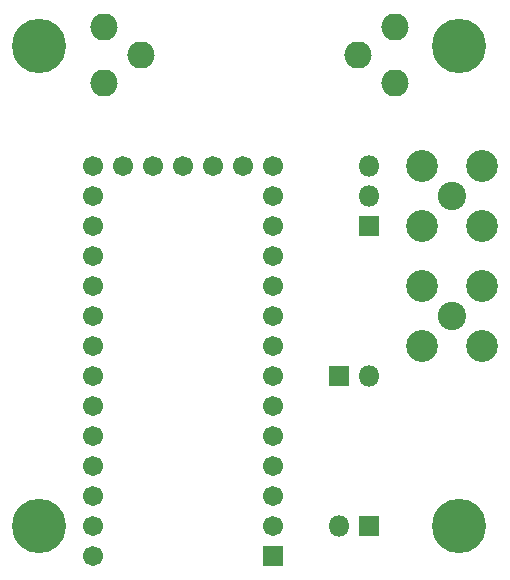
<source format=gbs>
G04 #@! TF.FileFunction,Soldermask,Bot*
%FSLAX46Y46*%
G04 Gerber Fmt 4.6, Leading zero omitted, Abs format (unit mm)*
G04 Created by KiCad (PCBNEW 4.0.7) date 06/10/18 20:05:32*
%MOMM*%
%LPD*%
G01*
G04 APERTURE LIST*
%ADD10C,0.100000*%
%ADD11O,2.301600X2.301600*%
%ADD12C,2.701600*%
%ADD13C,2.401600*%
%ADD14R,1.801600X1.801600*%
%ADD15O,1.801600X1.801600*%
%ADD16C,1.701600*%
%ADD17R,1.701600X1.701600*%
%ADD18C,4.601600*%
G04 APERTURE END LIST*
D10*
D11*
X140010000Y-72390000D03*
X121610000Y-72390000D03*
X118485000Y-74765000D03*
X118485000Y-70015000D03*
X143135000Y-70015000D03*
X143135000Y-74765000D03*
D12*
X145415000Y-91948000D03*
X145415000Y-97028000D03*
X150495000Y-97028000D03*
D13*
X147955000Y-94488000D03*
D12*
X150495000Y-91948000D03*
X145415000Y-81788000D03*
X145415000Y-86868000D03*
X150495000Y-86868000D03*
D13*
X147955000Y-84328000D03*
D12*
X150495000Y-81788000D03*
D14*
X140970000Y-86868000D03*
D15*
X140970000Y-84328000D03*
X140970000Y-81788000D03*
D14*
X140970000Y-112268000D03*
D15*
X138430000Y-112268000D03*
D14*
X138430000Y-99568000D03*
D15*
X140970000Y-99568000D03*
D16*
X125222000Y-81788000D03*
X122682000Y-81788000D03*
X120142000Y-81788000D03*
X117602000Y-81788000D03*
X127762000Y-81788000D03*
X130302000Y-81788000D03*
X132842000Y-81788000D03*
X117602000Y-84328000D03*
X117602000Y-86868000D03*
X117602000Y-89408000D03*
X117602000Y-91948000D03*
X117602000Y-94488000D03*
X117602000Y-97028000D03*
X117602000Y-99568000D03*
X117602000Y-102108000D03*
X117602000Y-104648000D03*
X117602000Y-107188000D03*
X117602000Y-109728000D03*
X117602000Y-112268000D03*
X117602000Y-114808000D03*
X132842000Y-84328000D03*
X132842000Y-86868000D03*
X132842000Y-89408000D03*
X132842000Y-91948000D03*
X132842000Y-94488000D03*
X132842000Y-97028000D03*
X132842000Y-99568000D03*
X132842000Y-102108000D03*
X132842000Y-104648000D03*
X132842000Y-107188000D03*
X132842000Y-109728000D03*
X132842000Y-112268000D03*
D17*
X132842000Y-114808000D03*
D18*
X113030000Y-112268000D03*
X148590000Y-112268000D03*
X113030000Y-71628000D03*
X148590000Y-71628000D03*
M02*

</source>
